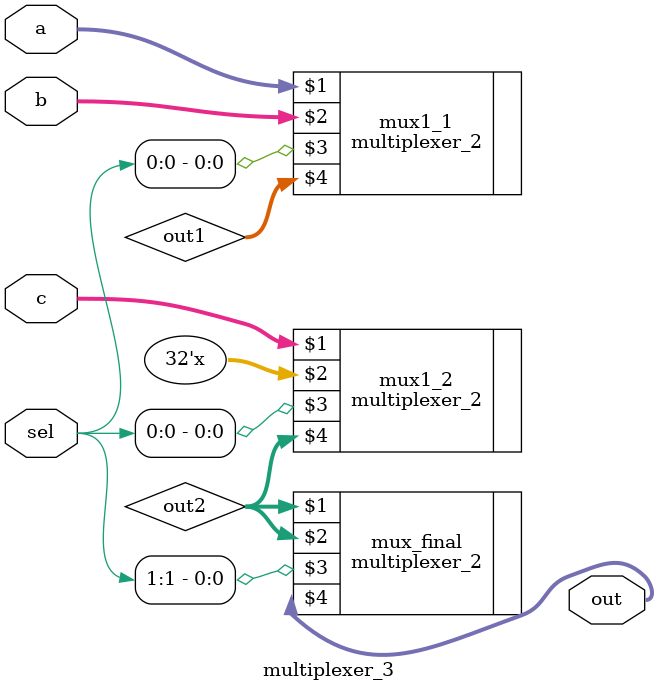
<source format=v>
module multiplexer_3 (
    input wire [31:0] a,
    input wire [31:0] b,
    input wire [31:0] c,
    input wire [1:0] sel,
    output wire [31:0] out
);

    wire [31:0] out1, out2;

    // First level of multiplexing
    multiplexer_2 mux1_1 (a, b, sel[0], out1);
    multiplexer_2 mux1_2 (c, 32'dz, sel[0], out2);

    // Second level of multiplexing
    multiplexer_2 mux_final (out2, out2, sel[1], out);

endmodule
</source>
